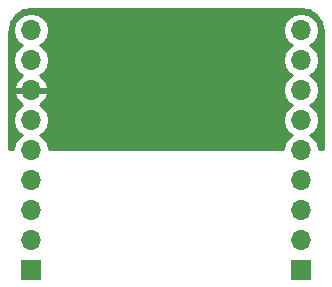
<source format=gbr>
G04 #@! TF.FileFunction,Copper,L2,Bot,Signal*
%FSLAX46Y46*%
G04 Gerber Fmt 4.6, Leading zero omitted, Abs format (unit mm)*
G04 Created by KiCad (PCBNEW 4.0.6) date Sun Jun 17 22:16:41 2018*
%MOMM*%
%LPD*%
G01*
G04 APERTURE LIST*
%ADD10C,0.100000*%
%ADD11R,1.700000X1.700000*%
%ADD12O,1.700000X1.700000*%
%ADD13C,0.254000*%
G04 APERTURE END LIST*
D10*
D11*
X137160000Y-109220000D03*
D12*
X137160000Y-106680000D03*
X137160000Y-104140000D03*
X137160000Y-101600000D03*
X137160000Y-99060000D03*
X137160000Y-96520000D03*
X137160000Y-93980000D03*
X137160000Y-91440000D03*
X137160000Y-88900000D03*
D11*
X160020000Y-109220000D03*
D12*
X160020000Y-106680000D03*
X160020000Y-104140000D03*
X160020000Y-101600000D03*
X160020000Y-99060000D03*
X160020000Y-96520000D03*
X160020000Y-93980000D03*
X160020000Y-91440000D03*
X160020000Y-88900000D03*
D13*
G36*
X160714989Y-87222152D02*
X161304170Y-87615830D01*
X161697848Y-88205011D01*
X161850000Y-88969931D01*
X161850000Y-98933000D01*
X161508831Y-98933000D01*
X161421054Y-98491715D01*
X161099147Y-98009946D01*
X160769974Y-97790000D01*
X161099147Y-97570054D01*
X161421054Y-97088285D01*
X161534093Y-96520000D01*
X161421054Y-95951715D01*
X161099147Y-95469946D01*
X160769974Y-95250000D01*
X161099147Y-95030054D01*
X161421054Y-94548285D01*
X161534093Y-93980000D01*
X161421054Y-93411715D01*
X161099147Y-92929946D01*
X160769974Y-92710000D01*
X161099147Y-92490054D01*
X161421054Y-92008285D01*
X161534093Y-91440000D01*
X161421054Y-90871715D01*
X161099147Y-90389946D01*
X160769974Y-90170000D01*
X161099147Y-89950054D01*
X161421054Y-89468285D01*
X161534093Y-88900000D01*
X161421054Y-88331715D01*
X161099147Y-87849946D01*
X160617378Y-87528039D01*
X160049093Y-87415000D01*
X159990907Y-87415000D01*
X159422622Y-87528039D01*
X158940853Y-87849946D01*
X158618946Y-88331715D01*
X158505907Y-88900000D01*
X158618946Y-89468285D01*
X158940853Y-89950054D01*
X159270026Y-90170000D01*
X158940853Y-90389946D01*
X158618946Y-90871715D01*
X158505907Y-91440000D01*
X158618946Y-92008285D01*
X158940853Y-92490054D01*
X159270026Y-92710000D01*
X158940853Y-92929946D01*
X158618946Y-93411715D01*
X158505907Y-93980000D01*
X158618946Y-94548285D01*
X158940853Y-95030054D01*
X159270026Y-95250000D01*
X158940853Y-95469946D01*
X158618946Y-95951715D01*
X158505907Y-96520000D01*
X158618946Y-97088285D01*
X158940853Y-97570054D01*
X159270026Y-97790000D01*
X158940853Y-98009946D01*
X158618946Y-98491715D01*
X158531169Y-98933000D01*
X138648831Y-98933000D01*
X138561054Y-98491715D01*
X138239147Y-98009946D01*
X137909974Y-97790000D01*
X138239147Y-97570054D01*
X138561054Y-97088285D01*
X138674093Y-96520000D01*
X138561054Y-95951715D01*
X138239147Y-95469946D01*
X137898447Y-95242298D01*
X138041358Y-95175183D01*
X138431645Y-94746924D01*
X138601476Y-94336890D01*
X138480155Y-94107000D01*
X137287000Y-94107000D01*
X137287000Y-94127000D01*
X137033000Y-94127000D01*
X137033000Y-94107000D01*
X135839845Y-94107000D01*
X135718524Y-94336890D01*
X135888355Y-94746924D01*
X136278642Y-95175183D01*
X136421553Y-95242298D01*
X136080853Y-95469946D01*
X135758946Y-95951715D01*
X135645907Y-96520000D01*
X135758946Y-97088285D01*
X136080853Y-97570054D01*
X136410026Y-97790000D01*
X136080853Y-98009946D01*
X135758946Y-98491715D01*
X135671169Y-98933000D01*
X135330000Y-98933000D01*
X135330000Y-88969931D01*
X135343910Y-88900000D01*
X135645907Y-88900000D01*
X135758946Y-89468285D01*
X136080853Y-89950054D01*
X136410026Y-90170000D01*
X136080853Y-90389946D01*
X135758946Y-90871715D01*
X135645907Y-91440000D01*
X135758946Y-92008285D01*
X136080853Y-92490054D01*
X136421553Y-92717702D01*
X136278642Y-92784817D01*
X135888355Y-93213076D01*
X135718524Y-93623110D01*
X135839845Y-93853000D01*
X137033000Y-93853000D01*
X137033000Y-93833000D01*
X137287000Y-93833000D01*
X137287000Y-93853000D01*
X138480155Y-93853000D01*
X138601476Y-93623110D01*
X138431645Y-93213076D01*
X138041358Y-92784817D01*
X137898447Y-92717702D01*
X138239147Y-92490054D01*
X138561054Y-92008285D01*
X138674093Y-91440000D01*
X138561054Y-90871715D01*
X138239147Y-90389946D01*
X137909974Y-90170000D01*
X138239147Y-89950054D01*
X138561054Y-89468285D01*
X138674093Y-88900000D01*
X138561054Y-88331715D01*
X138239147Y-87849946D01*
X137757378Y-87528039D01*
X137189093Y-87415000D01*
X137130907Y-87415000D01*
X136562622Y-87528039D01*
X136080853Y-87849946D01*
X135758946Y-88331715D01*
X135645907Y-88900000D01*
X135343910Y-88900000D01*
X135482152Y-88205011D01*
X135875830Y-87615830D01*
X136465011Y-87222152D01*
X137229931Y-87070000D01*
X159950069Y-87070000D01*
X160714989Y-87222152D01*
X160714989Y-87222152D01*
G37*
X160714989Y-87222152D02*
X161304170Y-87615830D01*
X161697848Y-88205011D01*
X161850000Y-88969931D01*
X161850000Y-98933000D01*
X161508831Y-98933000D01*
X161421054Y-98491715D01*
X161099147Y-98009946D01*
X160769974Y-97790000D01*
X161099147Y-97570054D01*
X161421054Y-97088285D01*
X161534093Y-96520000D01*
X161421054Y-95951715D01*
X161099147Y-95469946D01*
X160769974Y-95250000D01*
X161099147Y-95030054D01*
X161421054Y-94548285D01*
X161534093Y-93980000D01*
X161421054Y-93411715D01*
X161099147Y-92929946D01*
X160769974Y-92710000D01*
X161099147Y-92490054D01*
X161421054Y-92008285D01*
X161534093Y-91440000D01*
X161421054Y-90871715D01*
X161099147Y-90389946D01*
X160769974Y-90170000D01*
X161099147Y-89950054D01*
X161421054Y-89468285D01*
X161534093Y-88900000D01*
X161421054Y-88331715D01*
X161099147Y-87849946D01*
X160617378Y-87528039D01*
X160049093Y-87415000D01*
X159990907Y-87415000D01*
X159422622Y-87528039D01*
X158940853Y-87849946D01*
X158618946Y-88331715D01*
X158505907Y-88900000D01*
X158618946Y-89468285D01*
X158940853Y-89950054D01*
X159270026Y-90170000D01*
X158940853Y-90389946D01*
X158618946Y-90871715D01*
X158505907Y-91440000D01*
X158618946Y-92008285D01*
X158940853Y-92490054D01*
X159270026Y-92710000D01*
X158940853Y-92929946D01*
X158618946Y-93411715D01*
X158505907Y-93980000D01*
X158618946Y-94548285D01*
X158940853Y-95030054D01*
X159270026Y-95250000D01*
X158940853Y-95469946D01*
X158618946Y-95951715D01*
X158505907Y-96520000D01*
X158618946Y-97088285D01*
X158940853Y-97570054D01*
X159270026Y-97790000D01*
X158940853Y-98009946D01*
X158618946Y-98491715D01*
X158531169Y-98933000D01*
X138648831Y-98933000D01*
X138561054Y-98491715D01*
X138239147Y-98009946D01*
X137909974Y-97790000D01*
X138239147Y-97570054D01*
X138561054Y-97088285D01*
X138674093Y-96520000D01*
X138561054Y-95951715D01*
X138239147Y-95469946D01*
X137898447Y-95242298D01*
X138041358Y-95175183D01*
X138431645Y-94746924D01*
X138601476Y-94336890D01*
X138480155Y-94107000D01*
X137287000Y-94107000D01*
X137287000Y-94127000D01*
X137033000Y-94127000D01*
X137033000Y-94107000D01*
X135839845Y-94107000D01*
X135718524Y-94336890D01*
X135888355Y-94746924D01*
X136278642Y-95175183D01*
X136421553Y-95242298D01*
X136080853Y-95469946D01*
X135758946Y-95951715D01*
X135645907Y-96520000D01*
X135758946Y-97088285D01*
X136080853Y-97570054D01*
X136410026Y-97790000D01*
X136080853Y-98009946D01*
X135758946Y-98491715D01*
X135671169Y-98933000D01*
X135330000Y-98933000D01*
X135330000Y-88969931D01*
X135343910Y-88900000D01*
X135645907Y-88900000D01*
X135758946Y-89468285D01*
X136080853Y-89950054D01*
X136410026Y-90170000D01*
X136080853Y-90389946D01*
X135758946Y-90871715D01*
X135645907Y-91440000D01*
X135758946Y-92008285D01*
X136080853Y-92490054D01*
X136421553Y-92717702D01*
X136278642Y-92784817D01*
X135888355Y-93213076D01*
X135718524Y-93623110D01*
X135839845Y-93853000D01*
X137033000Y-93853000D01*
X137033000Y-93833000D01*
X137287000Y-93833000D01*
X137287000Y-93853000D01*
X138480155Y-93853000D01*
X138601476Y-93623110D01*
X138431645Y-93213076D01*
X138041358Y-92784817D01*
X137898447Y-92717702D01*
X138239147Y-92490054D01*
X138561054Y-92008285D01*
X138674093Y-91440000D01*
X138561054Y-90871715D01*
X138239147Y-90389946D01*
X137909974Y-90170000D01*
X138239147Y-89950054D01*
X138561054Y-89468285D01*
X138674093Y-88900000D01*
X138561054Y-88331715D01*
X138239147Y-87849946D01*
X137757378Y-87528039D01*
X137189093Y-87415000D01*
X137130907Y-87415000D01*
X136562622Y-87528039D01*
X136080853Y-87849946D01*
X135758946Y-88331715D01*
X135645907Y-88900000D01*
X135343910Y-88900000D01*
X135482152Y-88205011D01*
X135875830Y-87615830D01*
X136465011Y-87222152D01*
X137229931Y-87070000D01*
X159950069Y-87070000D01*
X160714989Y-87222152D01*
M02*

</source>
